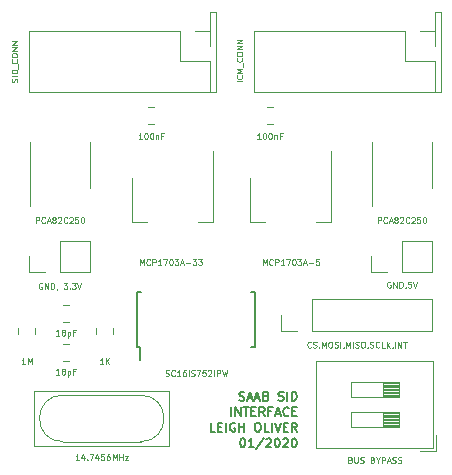
<source format=gbr>
G04 #@! TF.GenerationSoftware,KiCad,Pcbnew,5.1.4-e60b266~84~ubuntu19.04.1*
G04 #@! TF.CreationDate,2020-01-26T15:21:43+11:00*
G04 #@! TF.ProjectId,sid-board_ldo_supplies,7369642d-626f-4617-9264-5f6c646f5f73,rev?*
G04 #@! TF.SameCoordinates,Original*
G04 #@! TF.FileFunction,Legend,Top*
G04 #@! TF.FilePolarity,Positive*
%FSLAX46Y46*%
G04 Gerber Fmt 4.6, Leading zero omitted, Abs format (unit mm)*
G04 Created by KiCad (PCBNEW 5.1.4-e60b266~84~ubuntu19.04.1) date 2020-01-26 15:21:43*
%MOMM*%
%LPD*%
G04 APERTURE LIST*
%ADD10C,0.187500*%
%ADD11C,0.120000*%
%ADD12C,0.150000*%
%ADD13C,0.125000*%
%ADD14C,0.160000*%
G04 APERTURE END LIST*
D10*
X85048125Y-94219821D02*
X85155267Y-94255535D01*
X85333839Y-94255535D01*
X85405267Y-94219821D01*
X85440982Y-94184107D01*
X85476696Y-94112678D01*
X85476696Y-94041250D01*
X85440982Y-93969821D01*
X85405267Y-93934107D01*
X85333839Y-93898392D01*
X85190982Y-93862678D01*
X85119553Y-93826964D01*
X85083839Y-93791250D01*
X85048125Y-93719821D01*
X85048125Y-93648392D01*
X85083839Y-93576964D01*
X85119553Y-93541250D01*
X85190982Y-93505535D01*
X85369553Y-93505535D01*
X85476696Y-93541250D01*
X85762410Y-94041250D02*
X86119553Y-94041250D01*
X85690982Y-94255535D02*
X85940982Y-93505535D01*
X86190982Y-94255535D01*
X86405267Y-94041250D02*
X86762410Y-94041250D01*
X86333839Y-94255535D02*
X86583839Y-93505535D01*
X86833839Y-94255535D01*
X87333839Y-93862678D02*
X87440982Y-93898392D01*
X87476696Y-93934107D01*
X87512410Y-94005535D01*
X87512410Y-94112678D01*
X87476696Y-94184107D01*
X87440982Y-94219821D01*
X87369553Y-94255535D01*
X87083839Y-94255535D01*
X87083839Y-93505535D01*
X87333839Y-93505535D01*
X87405267Y-93541250D01*
X87440982Y-93576964D01*
X87476696Y-93648392D01*
X87476696Y-93719821D01*
X87440982Y-93791250D01*
X87405267Y-93826964D01*
X87333839Y-93862678D01*
X87083839Y-93862678D01*
X88369553Y-94219821D02*
X88476696Y-94255535D01*
X88655267Y-94255535D01*
X88726696Y-94219821D01*
X88762410Y-94184107D01*
X88798125Y-94112678D01*
X88798125Y-94041250D01*
X88762410Y-93969821D01*
X88726696Y-93934107D01*
X88655267Y-93898392D01*
X88512410Y-93862678D01*
X88440982Y-93826964D01*
X88405267Y-93791250D01*
X88369553Y-93719821D01*
X88369553Y-93648392D01*
X88405267Y-93576964D01*
X88440982Y-93541250D01*
X88512410Y-93505535D01*
X88690982Y-93505535D01*
X88798125Y-93541250D01*
X89119553Y-94255535D02*
X89119553Y-93505535D01*
X89476696Y-94255535D02*
X89476696Y-93505535D01*
X89655267Y-93505535D01*
X89762410Y-93541250D01*
X89833839Y-93612678D01*
X89869553Y-93684107D01*
X89905267Y-93826964D01*
X89905267Y-93934107D01*
X89869553Y-94076964D01*
X89833839Y-94148392D01*
X89762410Y-94219821D01*
X89655267Y-94255535D01*
X89476696Y-94255535D01*
X84369553Y-95568035D02*
X84369553Y-94818035D01*
X84726696Y-95568035D02*
X84726696Y-94818035D01*
X85155267Y-95568035D01*
X85155267Y-94818035D01*
X85405267Y-94818035D02*
X85833839Y-94818035D01*
X85619553Y-95568035D02*
X85619553Y-94818035D01*
X86083839Y-95175178D02*
X86333839Y-95175178D01*
X86440982Y-95568035D02*
X86083839Y-95568035D01*
X86083839Y-94818035D01*
X86440982Y-94818035D01*
X87190982Y-95568035D02*
X86940982Y-95210892D01*
X86762410Y-95568035D02*
X86762410Y-94818035D01*
X87048125Y-94818035D01*
X87119553Y-94853750D01*
X87155267Y-94889464D01*
X87190982Y-94960892D01*
X87190982Y-95068035D01*
X87155267Y-95139464D01*
X87119553Y-95175178D01*
X87048125Y-95210892D01*
X86762410Y-95210892D01*
X87762410Y-95175178D02*
X87512410Y-95175178D01*
X87512410Y-95568035D02*
X87512410Y-94818035D01*
X87869553Y-94818035D01*
X88119553Y-95353750D02*
X88476696Y-95353750D01*
X88048125Y-95568035D02*
X88298125Y-94818035D01*
X88548125Y-95568035D01*
X89226696Y-95496607D02*
X89190982Y-95532321D01*
X89083839Y-95568035D01*
X89012410Y-95568035D01*
X88905267Y-95532321D01*
X88833839Y-95460892D01*
X88798125Y-95389464D01*
X88762410Y-95246607D01*
X88762410Y-95139464D01*
X88798125Y-94996607D01*
X88833839Y-94925178D01*
X88905267Y-94853750D01*
X89012410Y-94818035D01*
X89083839Y-94818035D01*
X89190982Y-94853750D01*
X89226696Y-94889464D01*
X89548125Y-95175178D02*
X89798125Y-95175178D01*
X89905267Y-95568035D02*
X89548125Y-95568035D01*
X89548125Y-94818035D01*
X89905267Y-94818035D01*
X83012410Y-96880535D02*
X82655267Y-96880535D01*
X82655267Y-96130535D01*
X83262410Y-96487678D02*
X83512410Y-96487678D01*
X83619553Y-96880535D02*
X83262410Y-96880535D01*
X83262410Y-96130535D01*
X83619553Y-96130535D01*
X83940982Y-96880535D02*
X83940982Y-96130535D01*
X84690982Y-96166250D02*
X84619553Y-96130535D01*
X84512410Y-96130535D01*
X84405267Y-96166250D01*
X84333839Y-96237678D01*
X84298125Y-96309107D01*
X84262410Y-96451964D01*
X84262410Y-96559107D01*
X84298125Y-96701964D01*
X84333839Y-96773392D01*
X84405267Y-96844821D01*
X84512410Y-96880535D01*
X84583839Y-96880535D01*
X84690982Y-96844821D01*
X84726696Y-96809107D01*
X84726696Y-96559107D01*
X84583839Y-96559107D01*
X85048125Y-96880535D02*
X85048125Y-96130535D01*
X85048125Y-96487678D02*
X85476696Y-96487678D01*
X85476696Y-96880535D02*
X85476696Y-96130535D01*
X86548125Y-96130535D02*
X86690982Y-96130535D01*
X86762410Y-96166250D01*
X86833839Y-96237678D01*
X86869553Y-96380535D01*
X86869553Y-96630535D01*
X86833839Y-96773392D01*
X86762410Y-96844821D01*
X86690982Y-96880535D01*
X86548125Y-96880535D01*
X86476696Y-96844821D01*
X86405267Y-96773392D01*
X86369553Y-96630535D01*
X86369553Y-96380535D01*
X86405267Y-96237678D01*
X86476696Y-96166250D01*
X86548125Y-96130535D01*
X87548125Y-96880535D02*
X87190982Y-96880535D01*
X87190982Y-96130535D01*
X87798125Y-96880535D02*
X87798125Y-96130535D01*
X88048125Y-96130535D02*
X88298125Y-96880535D01*
X88548125Y-96130535D01*
X88798125Y-96487678D02*
X89048125Y-96487678D01*
X89155267Y-96880535D02*
X88798125Y-96880535D01*
X88798125Y-96130535D01*
X89155267Y-96130535D01*
X89905267Y-96880535D02*
X89655267Y-96523392D01*
X89476696Y-96880535D02*
X89476696Y-96130535D01*
X89762410Y-96130535D01*
X89833839Y-96166250D01*
X89869553Y-96201964D01*
X89905267Y-96273392D01*
X89905267Y-96380535D01*
X89869553Y-96451964D01*
X89833839Y-96487678D01*
X89762410Y-96523392D01*
X89476696Y-96523392D01*
X85298125Y-97443035D02*
X85369553Y-97443035D01*
X85440982Y-97478750D01*
X85476696Y-97514464D01*
X85512410Y-97585892D01*
X85548125Y-97728750D01*
X85548125Y-97907321D01*
X85512410Y-98050178D01*
X85476696Y-98121607D01*
X85440982Y-98157321D01*
X85369553Y-98193035D01*
X85298125Y-98193035D01*
X85226696Y-98157321D01*
X85190982Y-98121607D01*
X85155267Y-98050178D01*
X85119553Y-97907321D01*
X85119553Y-97728750D01*
X85155267Y-97585892D01*
X85190982Y-97514464D01*
X85226696Y-97478750D01*
X85298125Y-97443035D01*
X86262410Y-98193035D02*
X85833839Y-98193035D01*
X86048125Y-98193035D02*
X86048125Y-97443035D01*
X85976696Y-97550178D01*
X85905267Y-97621607D01*
X85833839Y-97657321D01*
X87119553Y-97407321D02*
X86476696Y-98371607D01*
X87333839Y-97514464D02*
X87369553Y-97478750D01*
X87440982Y-97443035D01*
X87619553Y-97443035D01*
X87690982Y-97478750D01*
X87726696Y-97514464D01*
X87762410Y-97585892D01*
X87762410Y-97657321D01*
X87726696Y-97764464D01*
X87298125Y-98193035D01*
X87762410Y-98193035D01*
X88226696Y-97443035D02*
X88298125Y-97443035D01*
X88369553Y-97478750D01*
X88405267Y-97514464D01*
X88440982Y-97585892D01*
X88476696Y-97728750D01*
X88476696Y-97907321D01*
X88440982Y-98050178D01*
X88405267Y-98121607D01*
X88369553Y-98157321D01*
X88298125Y-98193035D01*
X88226696Y-98193035D01*
X88155267Y-98157321D01*
X88119553Y-98121607D01*
X88083839Y-98050178D01*
X88048125Y-97907321D01*
X88048125Y-97728750D01*
X88083839Y-97585892D01*
X88119553Y-97514464D01*
X88155267Y-97478750D01*
X88226696Y-97443035D01*
X88762410Y-97514464D02*
X88798125Y-97478750D01*
X88869553Y-97443035D01*
X89048125Y-97443035D01*
X89119553Y-97478750D01*
X89155267Y-97514464D01*
X89190982Y-97585892D01*
X89190982Y-97657321D01*
X89155267Y-97764464D01*
X88726696Y-98193035D01*
X89190982Y-98193035D01*
X89655267Y-97443035D02*
X89726696Y-97443035D01*
X89798125Y-97478750D01*
X89833839Y-97514464D01*
X89869553Y-97585892D01*
X89905267Y-97728750D01*
X89905267Y-97907321D01*
X89869553Y-98050178D01*
X89833839Y-98121607D01*
X89798125Y-98157321D01*
X89726696Y-98193035D01*
X89655267Y-98193035D01*
X89583839Y-98157321D01*
X89548125Y-98121607D01*
X89512410Y-98050178D01*
X89476696Y-97907321D01*
X89476696Y-97728750D01*
X89512410Y-97585892D01*
X89548125Y-97514464D01*
X89583839Y-97478750D01*
X89655267Y-97443035D01*
D11*
X102108000Y-68135500D02*
X102108000Y-67818000D01*
X101660000Y-68135500D02*
X102108000Y-68135500D01*
X102108000Y-61341000D02*
X102108000Y-67818000D01*
X101660000Y-61341000D02*
X102108000Y-61341000D01*
X101660000Y-62932000D02*
X101660000Y-61341000D01*
X101660000Y-62932000D02*
X101660000Y-64262000D01*
X100330000Y-62932000D02*
X101660000Y-62932000D01*
X101660000Y-65532000D02*
X101660000Y-68132000D01*
X99060000Y-65532000D02*
X101660000Y-65532000D01*
X99060000Y-62932000D02*
X99060000Y-65532000D01*
X101660000Y-68132000D02*
X86300000Y-68132000D01*
X99060000Y-62932000D02*
X86300000Y-62932000D01*
X86300000Y-62932000D02*
X86300000Y-68132000D01*
X83058000Y-68135500D02*
X83058000Y-67818000D01*
X82610000Y-68135500D02*
X83058000Y-68135500D01*
X83058000Y-61341000D02*
X83058000Y-67818000D01*
X82610000Y-61341000D02*
X83058000Y-61341000D01*
X82610000Y-62932000D02*
X82610000Y-61341000D01*
X82610000Y-62932000D02*
X82610000Y-64262000D01*
X81280000Y-62932000D02*
X82610000Y-62932000D01*
X82610000Y-65532000D02*
X82610000Y-68132000D01*
X80010000Y-65532000D02*
X82610000Y-65532000D01*
X80010000Y-62932000D02*
X80010000Y-65532000D01*
X82610000Y-68132000D02*
X67250000Y-68132000D01*
X80010000Y-62932000D02*
X67250000Y-62932000D01*
X67250000Y-62932000D02*
X67250000Y-68132000D01*
X101366000Y-74295000D02*
X101366000Y-72345000D01*
X101366000Y-74295000D02*
X101366000Y-76245000D01*
X96246000Y-74295000D02*
X96246000Y-72345000D01*
X96246000Y-74295000D02*
X96246000Y-77745000D01*
X67290000Y-74295000D02*
X67290000Y-77745000D01*
X67290000Y-74295000D02*
X67290000Y-72345000D01*
X72410000Y-74295000D02*
X72410000Y-76245000D01*
X72410000Y-74295000D02*
X72410000Y-72345000D01*
X96206000Y-83372000D02*
X96206000Y-82042000D01*
X97536000Y-83372000D02*
X96206000Y-83372000D01*
X98806000Y-83372000D02*
X98806000Y-80712000D01*
X98806000Y-80712000D02*
X101406000Y-80712000D01*
X98806000Y-83372000D02*
X101406000Y-83372000D01*
X101406000Y-83372000D02*
X101406000Y-80712000D01*
X67250000Y-83372000D02*
X67250000Y-82042000D01*
X68580000Y-83372000D02*
X67250000Y-83372000D01*
X69850000Y-83372000D02*
X69850000Y-80712000D01*
X69850000Y-80712000D02*
X72450000Y-80712000D01*
X69850000Y-83372000D02*
X72450000Y-83372000D01*
X72450000Y-83372000D02*
X72450000Y-80712000D01*
D12*
X76657000Y-89701000D02*
X76657000Y-90776000D01*
X86382000Y-89701000D02*
X86382000Y-85051000D01*
X76432000Y-89701000D02*
X76432000Y-85051000D01*
X86382000Y-89701000D02*
X86057000Y-89701000D01*
X86382000Y-85051000D02*
X86057000Y-85051000D01*
X76432000Y-85051000D02*
X76757000Y-85051000D01*
X76432000Y-89701000D02*
X76657000Y-89701000D01*
D11*
X75965000Y-79126000D02*
X77225000Y-79126000D01*
X82785000Y-79126000D02*
X81525000Y-79126000D01*
X75965000Y-75366000D02*
X75965000Y-79126000D01*
X82785000Y-73116000D02*
X82785000Y-79126000D01*
X92818000Y-73116000D02*
X92818000Y-79126000D01*
X85998000Y-75366000D02*
X85998000Y-79126000D01*
X92818000Y-79126000D02*
X91558000Y-79126000D01*
X85998000Y-79126000D02*
X87258000Y-79126000D01*
X76708000Y-93789500D02*
G75*
G02X76708000Y-97726500I0J-1968500D01*
G01*
X67691000Y-93408500D02*
X79121000Y-93408500D01*
X79121000Y-93408500D02*
X79121000Y-98107500D01*
X79121000Y-98107500D02*
X67691000Y-98107500D01*
X67691000Y-98107500D02*
X67691000Y-93408500D01*
X70104000Y-97726500D02*
G75*
G02X70104000Y-93789500I0J1968500D01*
G01*
X76708000Y-93789500D02*
X70104000Y-93789500D01*
X70104000Y-97726500D02*
X76708000Y-97726500D01*
X77335748Y-69394000D02*
X77858252Y-69394000D01*
X77335748Y-70814000D02*
X77858252Y-70814000D01*
X87368748Y-69394000D02*
X87891252Y-69394000D01*
X87368748Y-70814000D02*
X87891252Y-70814000D01*
X70096748Y-86158000D02*
X70619252Y-86158000D01*
X70096748Y-87578000D02*
X70619252Y-87578000D01*
X70096748Y-90880000D02*
X70619252Y-90880000D01*
X70096748Y-89460000D02*
X70619252Y-89460000D01*
X66346000Y-88653252D02*
X66346000Y-88130748D01*
X67766000Y-88653252D02*
X67766000Y-88130748D01*
X72950000Y-88653252D02*
X72950000Y-88130748D01*
X74370000Y-88653252D02*
X74370000Y-88130748D01*
X101470000Y-98305000D02*
X91570000Y-98305000D01*
X101470000Y-90925000D02*
X91570000Y-90925000D01*
X101470000Y-98305000D02*
X101470000Y-90925000D01*
X91570000Y-98305000D02*
X91570000Y-90925000D01*
X101710000Y-98545000D02*
X100326000Y-98545000D01*
X101710000Y-98545000D02*
X101710000Y-97162000D01*
X98550000Y-96520000D02*
X98550000Y-95250000D01*
X98550000Y-95250000D02*
X94490000Y-95250000D01*
X94490000Y-95250000D02*
X94490000Y-96520000D01*
X94490000Y-96520000D02*
X98550000Y-96520000D01*
X98550000Y-96400000D02*
X97196667Y-96400000D01*
X98550000Y-96280000D02*
X97196667Y-96280000D01*
X98550000Y-96160000D02*
X97196667Y-96160000D01*
X98550000Y-96040000D02*
X97196667Y-96040000D01*
X98550000Y-95920000D02*
X97196667Y-95920000D01*
X98550000Y-95800000D02*
X97196667Y-95800000D01*
X98550000Y-95680000D02*
X97196667Y-95680000D01*
X98550000Y-95560000D02*
X97196667Y-95560000D01*
X98550000Y-95440000D02*
X97196667Y-95440000D01*
X98550000Y-95320000D02*
X97196667Y-95320000D01*
X97196667Y-96520000D02*
X97196667Y-95250000D01*
X98550000Y-93980000D02*
X98550000Y-92710000D01*
X98550000Y-92710000D02*
X94490000Y-92710000D01*
X94490000Y-92710000D02*
X94490000Y-93980000D01*
X94490000Y-93980000D02*
X98550000Y-93980000D01*
X98550000Y-93860000D02*
X97196667Y-93860000D01*
X98550000Y-93740000D02*
X97196667Y-93740000D01*
X98550000Y-93620000D02*
X97196667Y-93620000D01*
X98550000Y-93500000D02*
X97196667Y-93500000D01*
X98550000Y-93380000D02*
X97196667Y-93380000D01*
X98550000Y-93260000D02*
X97196667Y-93260000D01*
X98550000Y-93140000D02*
X97196667Y-93140000D01*
X98550000Y-93020000D02*
X97196667Y-93020000D01*
X98550000Y-92900000D02*
X97196667Y-92900000D01*
X98550000Y-92780000D02*
X97196667Y-92780000D01*
X97196667Y-93980000D02*
X97196667Y-92710000D01*
X101406000Y-88325000D02*
X101406000Y-85665000D01*
X91186000Y-88325000D02*
X101406000Y-88325000D01*
X91186000Y-85665000D02*
X101406000Y-85665000D01*
X91186000Y-88325000D02*
X91186000Y-85665000D01*
X89916000Y-88325000D02*
X88586000Y-88325000D01*
X88586000Y-88325000D02*
X88586000Y-86995000D01*
D13*
X85316190Y-67230404D02*
X84816190Y-67230404D01*
X85268571Y-66706595D02*
X85292380Y-66730404D01*
X85316190Y-66801833D01*
X85316190Y-66849452D01*
X85292380Y-66920880D01*
X85244761Y-66968500D01*
X85197142Y-66992309D01*
X85101904Y-67016119D01*
X85030476Y-67016119D01*
X84935238Y-66992309D01*
X84887619Y-66968500D01*
X84840000Y-66920880D01*
X84816190Y-66849452D01*
X84816190Y-66801833D01*
X84840000Y-66730404D01*
X84863809Y-66706595D01*
X85316190Y-66492309D02*
X84816190Y-66492309D01*
X85173333Y-66325642D01*
X84816190Y-66158976D01*
X85316190Y-66158976D01*
X85363809Y-66039928D02*
X85363809Y-65658976D01*
X85268571Y-65254214D02*
X85292380Y-65278023D01*
X85316190Y-65349452D01*
X85316190Y-65397071D01*
X85292380Y-65468500D01*
X85244761Y-65516119D01*
X85197142Y-65539928D01*
X85101904Y-65563738D01*
X85030476Y-65563738D01*
X84935238Y-65539928D01*
X84887619Y-65516119D01*
X84840000Y-65468500D01*
X84816190Y-65397071D01*
X84816190Y-65349452D01*
X84840000Y-65278023D01*
X84863809Y-65254214D01*
X84816190Y-64944690D02*
X84816190Y-64849452D01*
X84840000Y-64801833D01*
X84887619Y-64754214D01*
X84982857Y-64730404D01*
X85149523Y-64730404D01*
X85244761Y-64754214D01*
X85292380Y-64801833D01*
X85316190Y-64849452D01*
X85316190Y-64944690D01*
X85292380Y-64992309D01*
X85244761Y-65039928D01*
X85149523Y-65063738D01*
X84982857Y-65063738D01*
X84887619Y-65039928D01*
X84840000Y-64992309D01*
X84816190Y-64944690D01*
X85316190Y-64516119D02*
X84816190Y-64516119D01*
X85316190Y-64230404D01*
X84816190Y-64230404D01*
X85316190Y-63992309D02*
X84816190Y-63992309D01*
X85316190Y-63706595D01*
X84816190Y-63706595D01*
D14*
D13*
X66242380Y-67270095D02*
X66266190Y-67198666D01*
X66266190Y-67079619D01*
X66242380Y-67032000D01*
X66218571Y-67008190D01*
X66170952Y-66984380D01*
X66123333Y-66984380D01*
X66075714Y-67008190D01*
X66051904Y-67032000D01*
X66028095Y-67079619D01*
X66004285Y-67174857D01*
X65980476Y-67222476D01*
X65956666Y-67246285D01*
X65909047Y-67270095D01*
X65861428Y-67270095D01*
X65813809Y-67246285D01*
X65790000Y-67222476D01*
X65766190Y-67174857D01*
X65766190Y-67055809D01*
X65790000Y-66984380D01*
X66266190Y-66770095D02*
X65766190Y-66770095D01*
X66266190Y-66532000D02*
X65766190Y-66532000D01*
X65766190Y-66412952D01*
X65790000Y-66341523D01*
X65837619Y-66293904D01*
X65885238Y-66270095D01*
X65980476Y-66246285D01*
X66051904Y-66246285D01*
X66147142Y-66270095D01*
X66194761Y-66293904D01*
X66242380Y-66341523D01*
X66266190Y-66412952D01*
X66266190Y-66532000D01*
X66313809Y-66151047D02*
X66313809Y-65770095D01*
X66218571Y-65365333D02*
X66242380Y-65389142D01*
X66266190Y-65460571D01*
X66266190Y-65508190D01*
X66242380Y-65579619D01*
X66194761Y-65627238D01*
X66147142Y-65651047D01*
X66051904Y-65674857D01*
X65980476Y-65674857D01*
X65885238Y-65651047D01*
X65837619Y-65627238D01*
X65790000Y-65579619D01*
X65766190Y-65508190D01*
X65766190Y-65460571D01*
X65790000Y-65389142D01*
X65813809Y-65365333D01*
X65766190Y-65055809D02*
X65766190Y-64960571D01*
X65790000Y-64912952D01*
X65837619Y-64865333D01*
X65932857Y-64841523D01*
X66099523Y-64841523D01*
X66194761Y-64865333D01*
X66242380Y-64912952D01*
X66266190Y-64960571D01*
X66266190Y-65055809D01*
X66242380Y-65103428D01*
X66194761Y-65151047D01*
X66099523Y-65174857D01*
X65932857Y-65174857D01*
X65837619Y-65151047D01*
X65790000Y-65103428D01*
X65766190Y-65055809D01*
X66266190Y-64627238D02*
X65766190Y-64627238D01*
X66266190Y-64341523D01*
X65766190Y-64341523D01*
X66266190Y-64103428D02*
X65766190Y-64103428D01*
X66266190Y-63817714D01*
X65766190Y-63817714D01*
D14*
D13*
X96770285Y-79220190D02*
X96770285Y-78720190D01*
X96960761Y-78720190D01*
X97008380Y-78744000D01*
X97032190Y-78767809D01*
X97056000Y-78815428D01*
X97056000Y-78886857D01*
X97032190Y-78934476D01*
X97008380Y-78958285D01*
X96960761Y-78982095D01*
X96770285Y-78982095D01*
X97556000Y-79172571D02*
X97532190Y-79196380D01*
X97460761Y-79220190D01*
X97413142Y-79220190D01*
X97341714Y-79196380D01*
X97294095Y-79148761D01*
X97270285Y-79101142D01*
X97246476Y-79005904D01*
X97246476Y-78934476D01*
X97270285Y-78839238D01*
X97294095Y-78791619D01*
X97341714Y-78744000D01*
X97413142Y-78720190D01*
X97460761Y-78720190D01*
X97532190Y-78744000D01*
X97556000Y-78767809D01*
X97746476Y-79077333D02*
X97984571Y-79077333D01*
X97698857Y-79220190D02*
X97865523Y-78720190D01*
X98032190Y-79220190D01*
X98270285Y-78934476D02*
X98222666Y-78910666D01*
X98198857Y-78886857D01*
X98175047Y-78839238D01*
X98175047Y-78815428D01*
X98198857Y-78767809D01*
X98222666Y-78744000D01*
X98270285Y-78720190D01*
X98365523Y-78720190D01*
X98413142Y-78744000D01*
X98436952Y-78767809D01*
X98460761Y-78815428D01*
X98460761Y-78839238D01*
X98436952Y-78886857D01*
X98413142Y-78910666D01*
X98365523Y-78934476D01*
X98270285Y-78934476D01*
X98222666Y-78958285D01*
X98198857Y-78982095D01*
X98175047Y-79029714D01*
X98175047Y-79124952D01*
X98198857Y-79172571D01*
X98222666Y-79196380D01*
X98270285Y-79220190D01*
X98365523Y-79220190D01*
X98413142Y-79196380D01*
X98436952Y-79172571D01*
X98460761Y-79124952D01*
X98460761Y-79029714D01*
X98436952Y-78982095D01*
X98413142Y-78958285D01*
X98365523Y-78934476D01*
X98651238Y-78767809D02*
X98675047Y-78744000D01*
X98722666Y-78720190D01*
X98841714Y-78720190D01*
X98889333Y-78744000D01*
X98913142Y-78767809D01*
X98936952Y-78815428D01*
X98936952Y-78863047D01*
X98913142Y-78934476D01*
X98627428Y-79220190D01*
X98936952Y-79220190D01*
X99436952Y-79172571D02*
X99413142Y-79196380D01*
X99341714Y-79220190D01*
X99294095Y-79220190D01*
X99222666Y-79196380D01*
X99175047Y-79148761D01*
X99151238Y-79101142D01*
X99127428Y-79005904D01*
X99127428Y-78934476D01*
X99151238Y-78839238D01*
X99175047Y-78791619D01*
X99222666Y-78744000D01*
X99294095Y-78720190D01*
X99341714Y-78720190D01*
X99413142Y-78744000D01*
X99436952Y-78767809D01*
X99627428Y-78767809D02*
X99651238Y-78744000D01*
X99698857Y-78720190D01*
X99817904Y-78720190D01*
X99865523Y-78744000D01*
X99889333Y-78767809D01*
X99913142Y-78815428D01*
X99913142Y-78863047D01*
X99889333Y-78934476D01*
X99603619Y-79220190D01*
X99913142Y-79220190D01*
X100365523Y-78720190D02*
X100127428Y-78720190D01*
X100103619Y-78958285D01*
X100127428Y-78934476D01*
X100175047Y-78910666D01*
X100294095Y-78910666D01*
X100341714Y-78934476D01*
X100365523Y-78958285D01*
X100389333Y-79005904D01*
X100389333Y-79124952D01*
X100365523Y-79172571D01*
X100341714Y-79196380D01*
X100294095Y-79220190D01*
X100175047Y-79220190D01*
X100127428Y-79196380D01*
X100103619Y-79172571D01*
X100698857Y-78720190D02*
X100746476Y-78720190D01*
X100794095Y-78744000D01*
X100817904Y-78767809D01*
X100841714Y-78815428D01*
X100865523Y-78910666D01*
X100865523Y-79029714D01*
X100841714Y-79124952D01*
X100817904Y-79172571D01*
X100794095Y-79196380D01*
X100746476Y-79220190D01*
X100698857Y-79220190D01*
X100651238Y-79196380D01*
X100627428Y-79172571D01*
X100603619Y-79124952D01*
X100579809Y-79029714D01*
X100579809Y-78910666D01*
X100603619Y-78815428D01*
X100627428Y-78767809D01*
X100651238Y-78744000D01*
X100698857Y-78720190D01*
D14*
D13*
X67814285Y-79220190D02*
X67814285Y-78720190D01*
X68004761Y-78720190D01*
X68052380Y-78744000D01*
X68076190Y-78767809D01*
X68100000Y-78815428D01*
X68100000Y-78886857D01*
X68076190Y-78934476D01*
X68052380Y-78958285D01*
X68004761Y-78982095D01*
X67814285Y-78982095D01*
X68600000Y-79172571D02*
X68576190Y-79196380D01*
X68504761Y-79220190D01*
X68457142Y-79220190D01*
X68385714Y-79196380D01*
X68338095Y-79148761D01*
X68314285Y-79101142D01*
X68290476Y-79005904D01*
X68290476Y-78934476D01*
X68314285Y-78839238D01*
X68338095Y-78791619D01*
X68385714Y-78744000D01*
X68457142Y-78720190D01*
X68504761Y-78720190D01*
X68576190Y-78744000D01*
X68600000Y-78767809D01*
X68790476Y-79077333D02*
X69028571Y-79077333D01*
X68742857Y-79220190D02*
X68909523Y-78720190D01*
X69076190Y-79220190D01*
X69314285Y-78934476D02*
X69266666Y-78910666D01*
X69242857Y-78886857D01*
X69219047Y-78839238D01*
X69219047Y-78815428D01*
X69242857Y-78767809D01*
X69266666Y-78744000D01*
X69314285Y-78720190D01*
X69409523Y-78720190D01*
X69457142Y-78744000D01*
X69480952Y-78767809D01*
X69504761Y-78815428D01*
X69504761Y-78839238D01*
X69480952Y-78886857D01*
X69457142Y-78910666D01*
X69409523Y-78934476D01*
X69314285Y-78934476D01*
X69266666Y-78958285D01*
X69242857Y-78982095D01*
X69219047Y-79029714D01*
X69219047Y-79124952D01*
X69242857Y-79172571D01*
X69266666Y-79196380D01*
X69314285Y-79220190D01*
X69409523Y-79220190D01*
X69457142Y-79196380D01*
X69480952Y-79172571D01*
X69504761Y-79124952D01*
X69504761Y-79029714D01*
X69480952Y-78982095D01*
X69457142Y-78958285D01*
X69409523Y-78934476D01*
X69695238Y-78767809D02*
X69719047Y-78744000D01*
X69766666Y-78720190D01*
X69885714Y-78720190D01*
X69933333Y-78744000D01*
X69957142Y-78767809D01*
X69980952Y-78815428D01*
X69980952Y-78863047D01*
X69957142Y-78934476D01*
X69671428Y-79220190D01*
X69980952Y-79220190D01*
X70480952Y-79172571D02*
X70457142Y-79196380D01*
X70385714Y-79220190D01*
X70338095Y-79220190D01*
X70266666Y-79196380D01*
X70219047Y-79148761D01*
X70195238Y-79101142D01*
X70171428Y-79005904D01*
X70171428Y-78934476D01*
X70195238Y-78839238D01*
X70219047Y-78791619D01*
X70266666Y-78744000D01*
X70338095Y-78720190D01*
X70385714Y-78720190D01*
X70457142Y-78744000D01*
X70480952Y-78767809D01*
X70671428Y-78767809D02*
X70695238Y-78744000D01*
X70742857Y-78720190D01*
X70861904Y-78720190D01*
X70909523Y-78744000D01*
X70933333Y-78767809D01*
X70957142Y-78815428D01*
X70957142Y-78863047D01*
X70933333Y-78934476D01*
X70647619Y-79220190D01*
X70957142Y-79220190D01*
X71409523Y-78720190D02*
X71171428Y-78720190D01*
X71147619Y-78958285D01*
X71171428Y-78934476D01*
X71219047Y-78910666D01*
X71338095Y-78910666D01*
X71385714Y-78934476D01*
X71409523Y-78958285D01*
X71433333Y-79005904D01*
X71433333Y-79124952D01*
X71409523Y-79172571D01*
X71385714Y-79196380D01*
X71338095Y-79220190D01*
X71219047Y-79220190D01*
X71171428Y-79196380D01*
X71147619Y-79172571D01*
X71742857Y-78720190D02*
X71790476Y-78720190D01*
X71838095Y-78744000D01*
X71861904Y-78767809D01*
X71885714Y-78815428D01*
X71909523Y-78910666D01*
X71909523Y-79029714D01*
X71885714Y-79124952D01*
X71861904Y-79172571D01*
X71838095Y-79196380D01*
X71790476Y-79220190D01*
X71742857Y-79220190D01*
X71695238Y-79196380D01*
X71671428Y-79172571D01*
X71647619Y-79124952D01*
X71623809Y-79029714D01*
X71623809Y-78910666D01*
X71647619Y-78815428D01*
X71671428Y-78767809D01*
X71695238Y-78744000D01*
X71742857Y-78720190D01*
D14*
D13*
X97853619Y-84205000D02*
X97806000Y-84181190D01*
X97734571Y-84181190D01*
X97663142Y-84205000D01*
X97615523Y-84252619D01*
X97591714Y-84300238D01*
X97567904Y-84395476D01*
X97567904Y-84466904D01*
X97591714Y-84562142D01*
X97615523Y-84609761D01*
X97663142Y-84657380D01*
X97734571Y-84681190D01*
X97782190Y-84681190D01*
X97853619Y-84657380D01*
X97877428Y-84633571D01*
X97877428Y-84466904D01*
X97782190Y-84466904D01*
X98091714Y-84681190D02*
X98091714Y-84181190D01*
X98377428Y-84681190D01*
X98377428Y-84181190D01*
X98615523Y-84681190D02*
X98615523Y-84181190D01*
X98734571Y-84181190D01*
X98806000Y-84205000D01*
X98853619Y-84252619D01*
X98877428Y-84300238D01*
X98901238Y-84395476D01*
X98901238Y-84466904D01*
X98877428Y-84562142D01*
X98853619Y-84609761D01*
X98806000Y-84657380D01*
X98734571Y-84681190D01*
X98615523Y-84681190D01*
X99139333Y-84657380D02*
X99139333Y-84681190D01*
X99115523Y-84728809D01*
X99091714Y-84752619D01*
X99591714Y-84181190D02*
X99353619Y-84181190D01*
X99329809Y-84419285D01*
X99353619Y-84395476D01*
X99401238Y-84371666D01*
X99520285Y-84371666D01*
X99567904Y-84395476D01*
X99591714Y-84419285D01*
X99615523Y-84466904D01*
X99615523Y-84585952D01*
X99591714Y-84633571D01*
X99567904Y-84657380D01*
X99520285Y-84681190D01*
X99401238Y-84681190D01*
X99353619Y-84657380D01*
X99329809Y-84633571D01*
X99758380Y-84181190D02*
X99925047Y-84681190D01*
X100091714Y-84181190D01*
X68350000Y-84332000D02*
X68302380Y-84308190D01*
X68230952Y-84308190D01*
X68159523Y-84332000D01*
X68111904Y-84379619D01*
X68088095Y-84427238D01*
X68064285Y-84522476D01*
X68064285Y-84593904D01*
X68088095Y-84689142D01*
X68111904Y-84736761D01*
X68159523Y-84784380D01*
X68230952Y-84808190D01*
X68278571Y-84808190D01*
X68350000Y-84784380D01*
X68373809Y-84760571D01*
X68373809Y-84593904D01*
X68278571Y-84593904D01*
X68588095Y-84808190D02*
X68588095Y-84308190D01*
X68873809Y-84808190D01*
X68873809Y-84308190D01*
X69111904Y-84808190D02*
X69111904Y-84308190D01*
X69230952Y-84308190D01*
X69302380Y-84332000D01*
X69350000Y-84379619D01*
X69373809Y-84427238D01*
X69397619Y-84522476D01*
X69397619Y-84593904D01*
X69373809Y-84689142D01*
X69350000Y-84736761D01*
X69302380Y-84784380D01*
X69230952Y-84808190D01*
X69111904Y-84808190D01*
X69635714Y-84784380D02*
X69635714Y-84808190D01*
X69611904Y-84855809D01*
X69588095Y-84879619D01*
X70183333Y-84308190D02*
X70492857Y-84308190D01*
X70326190Y-84498666D01*
X70397619Y-84498666D01*
X70445238Y-84522476D01*
X70469047Y-84546285D01*
X70492857Y-84593904D01*
X70492857Y-84712952D01*
X70469047Y-84760571D01*
X70445238Y-84784380D01*
X70397619Y-84808190D01*
X70254761Y-84808190D01*
X70207142Y-84784380D01*
X70183333Y-84760571D01*
X70707142Y-84760571D02*
X70730952Y-84784380D01*
X70707142Y-84808190D01*
X70683333Y-84784380D01*
X70707142Y-84760571D01*
X70707142Y-84808190D01*
X70897619Y-84308190D02*
X71207142Y-84308190D01*
X71040476Y-84498666D01*
X71111904Y-84498666D01*
X71159523Y-84522476D01*
X71183333Y-84546285D01*
X71207142Y-84593904D01*
X71207142Y-84712952D01*
X71183333Y-84760571D01*
X71159523Y-84784380D01*
X71111904Y-84808190D01*
X70969047Y-84808190D01*
X70921428Y-84784380D01*
X70897619Y-84760571D01*
X71350000Y-84308190D02*
X71516666Y-84808190D01*
X71683333Y-84308190D01*
X78811761Y-92150380D02*
X78883190Y-92174190D01*
X79002238Y-92174190D01*
X79049857Y-92150380D01*
X79073666Y-92126571D01*
X79097476Y-92078952D01*
X79097476Y-92031333D01*
X79073666Y-91983714D01*
X79049857Y-91959904D01*
X79002238Y-91936095D01*
X78907000Y-91912285D01*
X78859380Y-91888476D01*
X78835571Y-91864666D01*
X78811761Y-91817047D01*
X78811761Y-91769428D01*
X78835571Y-91721809D01*
X78859380Y-91698000D01*
X78907000Y-91674190D01*
X79026047Y-91674190D01*
X79097476Y-91698000D01*
X79597476Y-92126571D02*
X79573666Y-92150380D01*
X79502238Y-92174190D01*
X79454619Y-92174190D01*
X79383190Y-92150380D01*
X79335571Y-92102761D01*
X79311761Y-92055142D01*
X79287952Y-91959904D01*
X79287952Y-91888476D01*
X79311761Y-91793238D01*
X79335571Y-91745619D01*
X79383190Y-91698000D01*
X79454619Y-91674190D01*
X79502238Y-91674190D01*
X79573666Y-91698000D01*
X79597476Y-91721809D01*
X80073666Y-92174190D02*
X79787952Y-92174190D01*
X79930809Y-92174190D02*
X79930809Y-91674190D01*
X79883190Y-91745619D01*
X79835571Y-91793238D01*
X79787952Y-91817047D01*
X80502238Y-91674190D02*
X80407000Y-91674190D01*
X80359380Y-91698000D01*
X80335571Y-91721809D01*
X80287952Y-91793238D01*
X80264142Y-91888476D01*
X80264142Y-92078952D01*
X80287952Y-92126571D01*
X80311761Y-92150380D01*
X80359380Y-92174190D01*
X80454619Y-92174190D01*
X80502238Y-92150380D01*
X80526047Y-92126571D01*
X80549857Y-92078952D01*
X80549857Y-91959904D01*
X80526047Y-91912285D01*
X80502238Y-91888476D01*
X80454619Y-91864666D01*
X80359380Y-91864666D01*
X80311761Y-91888476D01*
X80287952Y-91912285D01*
X80264142Y-91959904D01*
X80764142Y-92174190D02*
X80764142Y-91674190D01*
X80978428Y-92150380D02*
X81049857Y-92174190D01*
X81168904Y-92174190D01*
X81216523Y-92150380D01*
X81240333Y-92126571D01*
X81264142Y-92078952D01*
X81264142Y-92031333D01*
X81240333Y-91983714D01*
X81216523Y-91959904D01*
X81168904Y-91936095D01*
X81073666Y-91912285D01*
X81026047Y-91888476D01*
X81002238Y-91864666D01*
X80978428Y-91817047D01*
X80978428Y-91769428D01*
X81002238Y-91721809D01*
X81026047Y-91698000D01*
X81073666Y-91674190D01*
X81192714Y-91674190D01*
X81264142Y-91698000D01*
X81430809Y-91674190D02*
X81764142Y-91674190D01*
X81549857Y-92174190D01*
X82192714Y-91674190D02*
X81954619Y-91674190D01*
X81930809Y-91912285D01*
X81954619Y-91888476D01*
X82002238Y-91864666D01*
X82121285Y-91864666D01*
X82168904Y-91888476D01*
X82192714Y-91912285D01*
X82216523Y-91959904D01*
X82216523Y-92078952D01*
X82192714Y-92126571D01*
X82168904Y-92150380D01*
X82121285Y-92174190D01*
X82002238Y-92174190D01*
X81954619Y-92150380D01*
X81930809Y-92126571D01*
X82407000Y-91721809D02*
X82430809Y-91698000D01*
X82478428Y-91674190D01*
X82597476Y-91674190D01*
X82645095Y-91698000D01*
X82668904Y-91721809D01*
X82692714Y-91769428D01*
X82692714Y-91817047D01*
X82668904Y-91888476D01*
X82383190Y-92174190D01*
X82692714Y-92174190D01*
X82907000Y-92174190D02*
X82907000Y-91674190D01*
X83145095Y-92174190D02*
X83145095Y-91674190D01*
X83335571Y-91674190D01*
X83383190Y-91698000D01*
X83407000Y-91721809D01*
X83430809Y-91769428D01*
X83430809Y-91840857D01*
X83407000Y-91888476D01*
X83383190Y-91912285D01*
X83335571Y-91936095D01*
X83145095Y-91936095D01*
X83597476Y-91674190D02*
X83716523Y-92174190D01*
X83811761Y-91817047D01*
X83907000Y-92174190D01*
X84026047Y-91674190D01*
D14*
D13*
X76628952Y-82776190D02*
X76628952Y-82276190D01*
X76795619Y-82633333D01*
X76962285Y-82276190D01*
X76962285Y-82776190D01*
X77486095Y-82728571D02*
X77462285Y-82752380D01*
X77390857Y-82776190D01*
X77343238Y-82776190D01*
X77271809Y-82752380D01*
X77224190Y-82704761D01*
X77200380Y-82657142D01*
X77176571Y-82561904D01*
X77176571Y-82490476D01*
X77200380Y-82395238D01*
X77224190Y-82347619D01*
X77271809Y-82300000D01*
X77343238Y-82276190D01*
X77390857Y-82276190D01*
X77462285Y-82300000D01*
X77486095Y-82323809D01*
X77700380Y-82776190D02*
X77700380Y-82276190D01*
X77890857Y-82276190D01*
X77938476Y-82300000D01*
X77962285Y-82323809D01*
X77986095Y-82371428D01*
X77986095Y-82442857D01*
X77962285Y-82490476D01*
X77938476Y-82514285D01*
X77890857Y-82538095D01*
X77700380Y-82538095D01*
X78462285Y-82776190D02*
X78176571Y-82776190D01*
X78319428Y-82776190D02*
X78319428Y-82276190D01*
X78271809Y-82347619D01*
X78224190Y-82395238D01*
X78176571Y-82419047D01*
X78628952Y-82276190D02*
X78962285Y-82276190D01*
X78748000Y-82776190D01*
X79248000Y-82276190D02*
X79295619Y-82276190D01*
X79343238Y-82300000D01*
X79367047Y-82323809D01*
X79390857Y-82371428D01*
X79414666Y-82466666D01*
X79414666Y-82585714D01*
X79390857Y-82680952D01*
X79367047Y-82728571D01*
X79343238Y-82752380D01*
X79295619Y-82776190D01*
X79248000Y-82776190D01*
X79200380Y-82752380D01*
X79176571Y-82728571D01*
X79152761Y-82680952D01*
X79128952Y-82585714D01*
X79128952Y-82466666D01*
X79152761Y-82371428D01*
X79176571Y-82323809D01*
X79200380Y-82300000D01*
X79248000Y-82276190D01*
X79581333Y-82276190D02*
X79890857Y-82276190D01*
X79724190Y-82466666D01*
X79795619Y-82466666D01*
X79843238Y-82490476D01*
X79867047Y-82514285D01*
X79890857Y-82561904D01*
X79890857Y-82680952D01*
X79867047Y-82728571D01*
X79843238Y-82752380D01*
X79795619Y-82776190D01*
X79652761Y-82776190D01*
X79605142Y-82752380D01*
X79581333Y-82728571D01*
X80081333Y-82633333D02*
X80319428Y-82633333D01*
X80033714Y-82776190D02*
X80200380Y-82276190D01*
X80367047Y-82776190D01*
X80533714Y-82585714D02*
X80914666Y-82585714D01*
X81105142Y-82276190D02*
X81414666Y-82276190D01*
X81248000Y-82466666D01*
X81319428Y-82466666D01*
X81367047Y-82490476D01*
X81390857Y-82514285D01*
X81414666Y-82561904D01*
X81414666Y-82680952D01*
X81390857Y-82728571D01*
X81367047Y-82752380D01*
X81319428Y-82776190D01*
X81176571Y-82776190D01*
X81128952Y-82752380D01*
X81105142Y-82728571D01*
X81581333Y-82276190D02*
X81890857Y-82276190D01*
X81724190Y-82466666D01*
X81795619Y-82466666D01*
X81843238Y-82490476D01*
X81867047Y-82514285D01*
X81890857Y-82561904D01*
X81890857Y-82680952D01*
X81867047Y-82728571D01*
X81843238Y-82752380D01*
X81795619Y-82776190D01*
X81652761Y-82776190D01*
X81605142Y-82752380D01*
X81581333Y-82728571D01*
X87027047Y-82776190D02*
X87027047Y-82276190D01*
X87193714Y-82633333D01*
X87360380Y-82276190D01*
X87360380Y-82776190D01*
X87884190Y-82728571D02*
X87860380Y-82752380D01*
X87788952Y-82776190D01*
X87741333Y-82776190D01*
X87669904Y-82752380D01*
X87622285Y-82704761D01*
X87598476Y-82657142D01*
X87574666Y-82561904D01*
X87574666Y-82490476D01*
X87598476Y-82395238D01*
X87622285Y-82347619D01*
X87669904Y-82300000D01*
X87741333Y-82276190D01*
X87788952Y-82276190D01*
X87860380Y-82300000D01*
X87884190Y-82323809D01*
X88098476Y-82776190D02*
X88098476Y-82276190D01*
X88288952Y-82276190D01*
X88336571Y-82300000D01*
X88360380Y-82323809D01*
X88384190Y-82371428D01*
X88384190Y-82442857D01*
X88360380Y-82490476D01*
X88336571Y-82514285D01*
X88288952Y-82538095D01*
X88098476Y-82538095D01*
X88860380Y-82776190D02*
X88574666Y-82776190D01*
X88717523Y-82776190D02*
X88717523Y-82276190D01*
X88669904Y-82347619D01*
X88622285Y-82395238D01*
X88574666Y-82419047D01*
X89027047Y-82276190D02*
X89360380Y-82276190D01*
X89146095Y-82776190D01*
X89646095Y-82276190D02*
X89693714Y-82276190D01*
X89741333Y-82300000D01*
X89765142Y-82323809D01*
X89788952Y-82371428D01*
X89812761Y-82466666D01*
X89812761Y-82585714D01*
X89788952Y-82680952D01*
X89765142Y-82728571D01*
X89741333Y-82752380D01*
X89693714Y-82776190D01*
X89646095Y-82776190D01*
X89598476Y-82752380D01*
X89574666Y-82728571D01*
X89550857Y-82680952D01*
X89527047Y-82585714D01*
X89527047Y-82466666D01*
X89550857Y-82371428D01*
X89574666Y-82323809D01*
X89598476Y-82300000D01*
X89646095Y-82276190D01*
X89979428Y-82276190D02*
X90288952Y-82276190D01*
X90122285Y-82466666D01*
X90193714Y-82466666D01*
X90241333Y-82490476D01*
X90265142Y-82514285D01*
X90288952Y-82561904D01*
X90288952Y-82680952D01*
X90265142Y-82728571D01*
X90241333Y-82752380D01*
X90193714Y-82776190D01*
X90050857Y-82776190D01*
X90003238Y-82752380D01*
X89979428Y-82728571D01*
X90479428Y-82633333D02*
X90717523Y-82633333D01*
X90431809Y-82776190D02*
X90598476Y-82276190D01*
X90765142Y-82776190D01*
X90931809Y-82585714D02*
X91312761Y-82585714D01*
X91788952Y-82276190D02*
X91550857Y-82276190D01*
X91527047Y-82514285D01*
X91550857Y-82490476D01*
X91598476Y-82466666D01*
X91717523Y-82466666D01*
X91765142Y-82490476D01*
X91788952Y-82514285D01*
X91812761Y-82561904D01*
X91812761Y-82680952D01*
X91788952Y-82728571D01*
X91765142Y-82752380D01*
X91717523Y-82776190D01*
X91598476Y-82776190D01*
X91550857Y-82752380D01*
X91527047Y-82728571D01*
X71489333Y-99286190D02*
X71203619Y-99286190D01*
X71346476Y-99286190D02*
X71346476Y-98786190D01*
X71298857Y-98857619D01*
X71251238Y-98905238D01*
X71203619Y-98929047D01*
X71917904Y-98952857D02*
X71917904Y-99286190D01*
X71798857Y-98762380D02*
X71679809Y-99119523D01*
X71989333Y-99119523D01*
X72179809Y-99238571D02*
X72203619Y-99262380D01*
X72179809Y-99286190D01*
X72156000Y-99262380D01*
X72179809Y-99238571D01*
X72179809Y-99286190D01*
X72370285Y-98786190D02*
X72703619Y-98786190D01*
X72489333Y-99286190D01*
X73108380Y-98952857D02*
X73108380Y-99286190D01*
X72989333Y-98762380D02*
X72870285Y-99119523D01*
X73179809Y-99119523D01*
X73608380Y-98786190D02*
X73370285Y-98786190D01*
X73346476Y-99024285D01*
X73370285Y-99000476D01*
X73417904Y-98976666D01*
X73536952Y-98976666D01*
X73584571Y-99000476D01*
X73608380Y-99024285D01*
X73632190Y-99071904D01*
X73632190Y-99190952D01*
X73608380Y-99238571D01*
X73584571Y-99262380D01*
X73536952Y-99286190D01*
X73417904Y-99286190D01*
X73370285Y-99262380D01*
X73346476Y-99238571D01*
X74060761Y-98786190D02*
X73965523Y-98786190D01*
X73917904Y-98810000D01*
X73894095Y-98833809D01*
X73846476Y-98905238D01*
X73822666Y-99000476D01*
X73822666Y-99190952D01*
X73846476Y-99238571D01*
X73870285Y-99262380D01*
X73917904Y-99286190D01*
X74013142Y-99286190D01*
X74060761Y-99262380D01*
X74084571Y-99238571D01*
X74108380Y-99190952D01*
X74108380Y-99071904D01*
X74084571Y-99024285D01*
X74060761Y-99000476D01*
X74013142Y-98976666D01*
X73917904Y-98976666D01*
X73870285Y-99000476D01*
X73846476Y-99024285D01*
X73822666Y-99071904D01*
X74322666Y-99286190D02*
X74322666Y-98786190D01*
X74489333Y-99143333D01*
X74656000Y-98786190D01*
X74656000Y-99286190D01*
X74894095Y-99286190D02*
X74894095Y-98786190D01*
X74894095Y-99024285D02*
X75179809Y-99024285D01*
X75179809Y-99286190D02*
X75179809Y-98786190D01*
X75370285Y-98952857D02*
X75632190Y-98952857D01*
X75370285Y-99286190D01*
X75632190Y-99286190D01*
D14*
D13*
X76823190Y-72108190D02*
X76537476Y-72108190D01*
X76680333Y-72108190D02*
X76680333Y-71608190D01*
X76632714Y-71679619D01*
X76585095Y-71727238D01*
X76537476Y-71751047D01*
X77132714Y-71608190D02*
X77180333Y-71608190D01*
X77227952Y-71632000D01*
X77251761Y-71655809D01*
X77275571Y-71703428D01*
X77299380Y-71798666D01*
X77299380Y-71917714D01*
X77275571Y-72012952D01*
X77251761Y-72060571D01*
X77227952Y-72084380D01*
X77180333Y-72108190D01*
X77132714Y-72108190D01*
X77085095Y-72084380D01*
X77061285Y-72060571D01*
X77037476Y-72012952D01*
X77013666Y-71917714D01*
X77013666Y-71798666D01*
X77037476Y-71703428D01*
X77061285Y-71655809D01*
X77085095Y-71632000D01*
X77132714Y-71608190D01*
X77608904Y-71608190D02*
X77656523Y-71608190D01*
X77704142Y-71632000D01*
X77727952Y-71655809D01*
X77751761Y-71703428D01*
X77775571Y-71798666D01*
X77775571Y-71917714D01*
X77751761Y-72012952D01*
X77727952Y-72060571D01*
X77704142Y-72084380D01*
X77656523Y-72108190D01*
X77608904Y-72108190D01*
X77561285Y-72084380D01*
X77537476Y-72060571D01*
X77513666Y-72012952D01*
X77489857Y-71917714D01*
X77489857Y-71798666D01*
X77513666Y-71703428D01*
X77537476Y-71655809D01*
X77561285Y-71632000D01*
X77608904Y-71608190D01*
X77989857Y-71774857D02*
X77989857Y-72108190D01*
X77989857Y-71822476D02*
X78013666Y-71798666D01*
X78061285Y-71774857D01*
X78132714Y-71774857D01*
X78180333Y-71798666D01*
X78204142Y-71846285D01*
X78204142Y-72108190D01*
X78608904Y-71846285D02*
X78442238Y-71846285D01*
X78442238Y-72108190D02*
X78442238Y-71608190D01*
X78680333Y-71608190D01*
D14*
D13*
X86856190Y-72108190D02*
X86570476Y-72108190D01*
X86713333Y-72108190D02*
X86713333Y-71608190D01*
X86665714Y-71679619D01*
X86618095Y-71727238D01*
X86570476Y-71751047D01*
X87165714Y-71608190D02*
X87213333Y-71608190D01*
X87260952Y-71632000D01*
X87284761Y-71655809D01*
X87308571Y-71703428D01*
X87332380Y-71798666D01*
X87332380Y-71917714D01*
X87308571Y-72012952D01*
X87284761Y-72060571D01*
X87260952Y-72084380D01*
X87213333Y-72108190D01*
X87165714Y-72108190D01*
X87118095Y-72084380D01*
X87094285Y-72060571D01*
X87070476Y-72012952D01*
X87046666Y-71917714D01*
X87046666Y-71798666D01*
X87070476Y-71703428D01*
X87094285Y-71655809D01*
X87118095Y-71632000D01*
X87165714Y-71608190D01*
X87641904Y-71608190D02*
X87689523Y-71608190D01*
X87737142Y-71632000D01*
X87760952Y-71655809D01*
X87784761Y-71703428D01*
X87808571Y-71798666D01*
X87808571Y-71917714D01*
X87784761Y-72012952D01*
X87760952Y-72060571D01*
X87737142Y-72084380D01*
X87689523Y-72108190D01*
X87641904Y-72108190D01*
X87594285Y-72084380D01*
X87570476Y-72060571D01*
X87546666Y-72012952D01*
X87522857Y-71917714D01*
X87522857Y-71798666D01*
X87546666Y-71703428D01*
X87570476Y-71655809D01*
X87594285Y-71632000D01*
X87641904Y-71608190D01*
X88022857Y-71774857D02*
X88022857Y-72108190D01*
X88022857Y-71822476D02*
X88046666Y-71798666D01*
X88094285Y-71774857D01*
X88165714Y-71774857D01*
X88213333Y-71798666D01*
X88237142Y-71846285D01*
X88237142Y-72108190D01*
X88641904Y-71846285D02*
X88475238Y-71846285D01*
X88475238Y-72108190D02*
X88475238Y-71608190D01*
X88713333Y-71608190D01*
D14*
D13*
X69822285Y-88744190D02*
X69536571Y-88744190D01*
X69679428Y-88744190D02*
X69679428Y-88244190D01*
X69631809Y-88315619D01*
X69584190Y-88363238D01*
X69536571Y-88387047D01*
X70108000Y-88458476D02*
X70060380Y-88434666D01*
X70036571Y-88410857D01*
X70012761Y-88363238D01*
X70012761Y-88339428D01*
X70036571Y-88291809D01*
X70060380Y-88268000D01*
X70108000Y-88244190D01*
X70203238Y-88244190D01*
X70250857Y-88268000D01*
X70274666Y-88291809D01*
X70298476Y-88339428D01*
X70298476Y-88363238D01*
X70274666Y-88410857D01*
X70250857Y-88434666D01*
X70203238Y-88458476D01*
X70108000Y-88458476D01*
X70060380Y-88482285D01*
X70036571Y-88506095D01*
X70012761Y-88553714D01*
X70012761Y-88648952D01*
X70036571Y-88696571D01*
X70060380Y-88720380D01*
X70108000Y-88744190D01*
X70203238Y-88744190D01*
X70250857Y-88720380D01*
X70274666Y-88696571D01*
X70298476Y-88648952D01*
X70298476Y-88553714D01*
X70274666Y-88506095D01*
X70250857Y-88482285D01*
X70203238Y-88458476D01*
X70512761Y-88410857D02*
X70512761Y-88910857D01*
X70512761Y-88434666D02*
X70560380Y-88410857D01*
X70655619Y-88410857D01*
X70703238Y-88434666D01*
X70727047Y-88458476D01*
X70750857Y-88506095D01*
X70750857Y-88648952D01*
X70727047Y-88696571D01*
X70703238Y-88720380D01*
X70655619Y-88744190D01*
X70560380Y-88744190D01*
X70512761Y-88720380D01*
X71131809Y-88482285D02*
X70965142Y-88482285D01*
X70965142Y-88744190D02*
X70965142Y-88244190D01*
X71203238Y-88244190D01*
D14*
D13*
X69822285Y-92046190D02*
X69536571Y-92046190D01*
X69679428Y-92046190D02*
X69679428Y-91546190D01*
X69631809Y-91617619D01*
X69584190Y-91665238D01*
X69536571Y-91689047D01*
X70108000Y-91760476D02*
X70060380Y-91736666D01*
X70036571Y-91712857D01*
X70012761Y-91665238D01*
X70012761Y-91641428D01*
X70036571Y-91593809D01*
X70060380Y-91570000D01*
X70108000Y-91546190D01*
X70203238Y-91546190D01*
X70250857Y-91570000D01*
X70274666Y-91593809D01*
X70298476Y-91641428D01*
X70298476Y-91665238D01*
X70274666Y-91712857D01*
X70250857Y-91736666D01*
X70203238Y-91760476D01*
X70108000Y-91760476D01*
X70060380Y-91784285D01*
X70036571Y-91808095D01*
X70012761Y-91855714D01*
X70012761Y-91950952D01*
X70036571Y-91998571D01*
X70060380Y-92022380D01*
X70108000Y-92046190D01*
X70203238Y-92046190D01*
X70250857Y-92022380D01*
X70274666Y-91998571D01*
X70298476Y-91950952D01*
X70298476Y-91855714D01*
X70274666Y-91808095D01*
X70250857Y-91784285D01*
X70203238Y-91760476D01*
X70512761Y-91712857D02*
X70512761Y-92212857D01*
X70512761Y-91736666D02*
X70560380Y-91712857D01*
X70655619Y-91712857D01*
X70703238Y-91736666D01*
X70727047Y-91760476D01*
X70750857Y-91808095D01*
X70750857Y-91950952D01*
X70727047Y-91998571D01*
X70703238Y-92022380D01*
X70655619Y-92046190D01*
X70560380Y-92046190D01*
X70512761Y-92022380D01*
X71131809Y-91784285D02*
X70965142Y-91784285D01*
X70965142Y-92046190D02*
X70965142Y-91546190D01*
X71203238Y-91546190D01*
D14*
D13*
X66913142Y-91158190D02*
X66627428Y-91158190D01*
X66770285Y-91158190D02*
X66770285Y-90658190D01*
X66722666Y-90729619D01*
X66675047Y-90777238D01*
X66627428Y-90801047D01*
X67127428Y-91158190D02*
X67127428Y-90658190D01*
X67294095Y-91015333D01*
X67460761Y-90658190D01*
X67460761Y-91158190D01*
D14*
D13*
X73552857Y-91158190D02*
X73267142Y-91158190D01*
X73410000Y-91158190D02*
X73410000Y-90658190D01*
X73362380Y-90729619D01*
X73314761Y-90777238D01*
X73267142Y-90801047D01*
X73767142Y-91158190D02*
X73767142Y-90658190D01*
X74052857Y-91158190D02*
X73838571Y-90872476D01*
X74052857Y-90658190D02*
X73767142Y-90943904D01*
D14*
D13*
X94460476Y-99269285D02*
X94531904Y-99293095D01*
X94555714Y-99316904D01*
X94579523Y-99364523D01*
X94579523Y-99435952D01*
X94555714Y-99483571D01*
X94531904Y-99507380D01*
X94484285Y-99531190D01*
X94293809Y-99531190D01*
X94293809Y-99031190D01*
X94460476Y-99031190D01*
X94508095Y-99055000D01*
X94531904Y-99078809D01*
X94555714Y-99126428D01*
X94555714Y-99174047D01*
X94531904Y-99221666D01*
X94508095Y-99245476D01*
X94460476Y-99269285D01*
X94293809Y-99269285D01*
X94793809Y-99031190D02*
X94793809Y-99435952D01*
X94817619Y-99483571D01*
X94841428Y-99507380D01*
X94889047Y-99531190D01*
X94984285Y-99531190D01*
X95031904Y-99507380D01*
X95055714Y-99483571D01*
X95079523Y-99435952D01*
X95079523Y-99031190D01*
X95293809Y-99507380D02*
X95365238Y-99531190D01*
X95484285Y-99531190D01*
X95531904Y-99507380D01*
X95555714Y-99483571D01*
X95579523Y-99435952D01*
X95579523Y-99388333D01*
X95555714Y-99340714D01*
X95531904Y-99316904D01*
X95484285Y-99293095D01*
X95389047Y-99269285D01*
X95341428Y-99245476D01*
X95317619Y-99221666D01*
X95293809Y-99174047D01*
X95293809Y-99126428D01*
X95317619Y-99078809D01*
X95341428Y-99055000D01*
X95389047Y-99031190D01*
X95508095Y-99031190D01*
X95579523Y-99055000D01*
X96341428Y-99269285D02*
X96412857Y-99293095D01*
X96436666Y-99316904D01*
X96460476Y-99364523D01*
X96460476Y-99435952D01*
X96436666Y-99483571D01*
X96412857Y-99507380D01*
X96365238Y-99531190D01*
X96174761Y-99531190D01*
X96174761Y-99031190D01*
X96341428Y-99031190D01*
X96389047Y-99055000D01*
X96412857Y-99078809D01*
X96436666Y-99126428D01*
X96436666Y-99174047D01*
X96412857Y-99221666D01*
X96389047Y-99245476D01*
X96341428Y-99269285D01*
X96174761Y-99269285D01*
X96770000Y-99293095D02*
X96770000Y-99531190D01*
X96603333Y-99031190D02*
X96770000Y-99293095D01*
X96936666Y-99031190D01*
X97103333Y-99531190D02*
X97103333Y-99031190D01*
X97293809Y-99031190D01*
X97341428Y-99055000D01*
X97365238Y-99078809D01*
X97389047Y-99126428D01*
X97389047Y-99197857D01*
X97365238Y-99245476D01*
X97341428Y-99269285D01*
X97293809Y-99293095D01*
X97103333Y-99293095D01*
X97579523Y-99388333D02*
X97817619Y-99388333D01*
X97531904Y-99531190D02*
X97698571Y-99031190D01*
X97865238Y-99531190D01*
X98008095Y-99507380D02*
X98079523Y-99531190D01*
X98198571Y-99531190D01*
X98246190Y-99507380D01*
X98270000Y-99483571D01*
X98293809Y-99435952D01*
X98293809Y-99388333D01*
X98270000Y-99340714D01*
X98246190Y-99316904D01*
X98198571Y-99293095D01*
X98103333Y-99269285D01*
X98055714Y-99245476D01*
X98031904Y-99221666D01*
X98008095Y-99174047D01*
X98008095Y-99126428D01*
X98031904Y-99078809D01*
X98055714Y-99055000D01*
X98103333Y-99031190D01*
X98222380Y-99031190D01*
X98293809Y-99055000D01*
X98484285Y-99507380D02*
X98555714Y-99531190D01*
X98674761Y-99531190D01*
X98722380Y-99507380D01*
X98746190Y-99483571D01*
X98770000Y-99435952D01*
X98770000Y-99388333D01*
X98746190Y-99340714D01*
X98722380Y-99316904D01*
X98674761Y-99293095D01*
X98579523Y-99269285D01*
X98531904Y-99245476D01*
X98508095Y-99221666D01*
X98484285Y-99174047D01*
X98484285Y-99126428D01*
X98508095Y-99078809D01*
X98531904Y-99055000D01*
X98579523Y-99031190D01*
X98698571Y-99031190D01*
X98770000Y-99055000D01*
X91115047Y-89713571D02*
X91091238Y-89737380D01*
X91019809Y-89761190D01*
X90972190Y-89761190D01*
X90900761Y-89737380D01*
X90853142Y-89689761D01*
X90829333Y-89642142D01*
X90805523Y-89546904D01*
X90805523Y-89475476D01*
X90829333Y-89380238D01*
X90853142Y-89332619D01*
X90900761Y-89285000D01*
X90972190Y-89261190D01*
X91019809Y-89261190D01*
X91091238Y-89285000D01*
X91115047Y-89308809D01*
X91305523Y-89737380D02*
X91376952Y-89761190D01*
X91496000Y-89761190D01*
X91543619Y-89737380D01*
X91567428Y-89713571D01*
X91591238Y-89665952D01*
X91591238Y-89618333D01*
X91567428Y-89570714D01*
X91543619Y-89546904D01*
X91496000Y-89523095D01*
X91400761Y-89499285D01*
X91353142Y-89475476D01*
X91329333Y-89451666D01*
X91305523Y-89404047D01*
X91305523Y-89356428D01*
X91329333Y-89308809D01*
X91353142Y-89285000D01*
X91400761Y-89261190D01*
X91519809Y-89261190D01*
X91591238Y-89285000D01*
X91829333Y-89737380D02*
X91829333Y-89761190D01*
X91805523Y-89808809D01*
X91781714Y-89832619D01*
X92043619Y-89761190D02*
X92043619Y-89261190D01*
X92210285Y-89618333D01*
X92376952Y-89261190D01*
X92376952Y-89761190D01*
X92710285Y-89261190D02*
X92805523Y-89261190D01*
X92853142Y-89285000D01*
X92900761Y-89332619D01*
X92924571Y-89427857D01*
X92924571Y-89594523D01*
X92900761Y-89689761D01*
X92853142Y-89737380D01*
X92805523Y-89761190D01*
X92710285Y-89761190D01*
X92662666Y-89737380D01*
X92615047Y-89689761D01*
X92591238Y-89594523D01*
X92591238Y-89427857D01*
X92615047Y-89332619D01*
X92662666Y-89285000D01*
X92710285Y-89261190D01*
X93115047Y-89737380D02*
X93186476Y-89761190D01*
X93305523Y-89761190D01*
X93353142Y-89737380D01*
X93376952Y-89713571D01*
X93400761Y-89665952D01*
X93400761Y-89618333D01*
X93376952Y-89570714D01*
X93353142Y-89546904D01*
X93305523Y-89523095D01*
X93210285Y-89499285D01*
X93162666Y-89475476D01*
X93138857Y-89451666D01*
X93115047Y-89404047D01*
X93115047Y-89356428D01*
X93138857Y-89308809D01*
X93162666Y-89285000D01*
X93210285Y-89261190D01*
X93329333Y-89261190D01*
X93400761Y-89285000D01*
X93615047Y-89761190D02*
X93615047Y-89261190D01*
X93876952Y-89737380D02*
X93876952Y-89761190D01*
X93853142Y-89808809D01*
X93829333Y-89832619D01*
X94091238Y-89761190D02*
X94091238Y-89261190D01*
X94257904Y-89618333D01*
X94424571Y-89261190D01*
X94424571Y-89761190D01*
X94662666Y-89761190D02*
X94662666Y-89261190D01*
X94876952Y-89737380D02*
X94948380Y-89761190D01*
X95067428Y-89761190D01*
X95115047Y-89737380D01*
X95138857Y-89713571D01*
X95162666Y-89665952D01*
X95162666Y-89618333D01*
X95138857Y-89570714D01*
X95115047Y-89546904D01*
X95067428Y-89523095D01*
X94972190Y-89499285D01*
X94924571Y-89475476D01*
X94900761Y-89451666D01*
X94876952Y-89404047D01*
X94876952Y-89356428D01*
X94900761Y-89308809D01*
X94924571Y-89285000D01*
X94972190Y-89261190D01*
X95091238Y-89261190D01*
X95162666Y-89285000D01*
X95472190Y-89261190D02*
X95567428Y-89261190D01*
X95615047Y-89285000D01*
X95662666Y-89332619D01*
X95686476Y-89427857D01*
X95686476Y-89594523D01*
X95662666Y-89689761D01*
X95615047Y-89737380D01*
X95567428Y-89761190D01*
X95472190Y-89761190D01*
X95424571Y-89737380D01*
X95376952Y-89689761D01*
X95353142Y-89594523D01*
X95353142Y-89427857D01*
X95376952Y-89332619D01*
X95424571Y-89285000D01*
X95472190Y-89261190D01*
X95924571Y-89737380D02*
X95924571Y-89761190D01*
X95900761Y-89808809D01*
X95876952Y-89832619D01*
X96115047Y-89737380D02*
X96186476Y-89761190D01*
X96305523Y-89761190D01*
X96353142Y-89737380D01*
X96376952Y-89713571D01*
X96400761Y-89665952D01*
X96400761Y-89618333D01*
X96376952Y-89570714D01*
X96353142Y-89546904D01*
X96305523Y-89523095D01*
X96210285Y-89499285D01*
X96162666Y-89475476D01*
X96138857Y-89451666D01*
X96115047Y-89404047D01*
X96115047Y-89356428D01*
X96138857Y-89308809D01*
X96162666Y-89285000D01*
X96210285Y-89261190D01*
X96329333Y-89261190D01*
X96400761Y-89285000D01*
X96900761Y-89713571D02*
X96876952Y-89737380D01*
X96805523Y-89761190D01*
X96757904Y-89761190D01*
X96686476Y-89737380D01*
X96638857Y-89689761D01*
X96615047Y-89642142D01*
X96591238Y-89546904D01*
X96591238Y-89475476D01*
X96615047Y-89380238D01*
X96638857Y-89332619D01*
X96686476Y-89285000D01*
X96757904Y-89261190D01*
X96805523Y-89261190D01*
X96876952Y-89285000D01*
X96900761Y-89308809D01*
X97353142Y-89761190D02*
X97115047Y-89761190D01*
X97115047Y-89261190D01*
X97519809Y-89761190D02*
X97519809Y-89261190D01*
X97805523Y-89761190D02*
X97591238Y-89475476D01*
X97805523Y-89261190D02*
X97519809Y-89546904D01*
X98043619Y-89737380D02*
X98043619Y-89761190D01*
X98019809Y-89808809D01*
X97996000Y-89832619D01*
X98257904Y-89761190D02*
X98257904Y-89261190D01*
X98496000Y-89761190D02*
X98496000Y-89261190D01*
X98781714Y-89761190D01*
X98781714Y-89261190D01*
X98948380Y-89261190D02*
X99234095Y-89261190D01*
X99091238Y-89761190D02*
X99091238Y-89261190D01*
M02*

</source>
